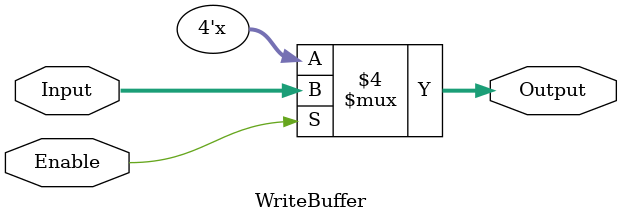
<source format=v>
module WriteBuffer
(
input wire Enable,
input wire [3:0] Input,
output reg [3:0] Output
);

always @(*) begin
    if(Enable == 0) begin
        Output = 4'bzzzz;
    end
    else begin
        Output = Input;
    end
end

endmodule
</source>
